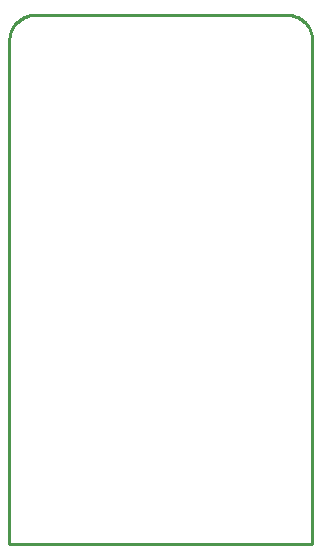
<source format=gm1>
G04 #@! TF.GenerationSoftware,KiCad,Pcbnew,8.0.4*
G04 #@! TF.CreationDate,2024-10-10T13:01:36-07:00*
G04 #@! TF.ProjectId,TelemetryComputer,54656c65-6d65-4747-9279-436f6d707574,rev?*
G04 #@! TF.SameCoordinates,Original*
G04 #@! TF.FileFunction,Profile,NP*
%FSLAX46Y46*%
G04 Gerber Fmt 4.6, Leading zero omitted, Abs format (unit mm)*
G04 Created by KiCad (PCBNEW 8.0.4) date 2024-10-10 13:01:36*
%MOMM*%
%LPD*%
G01*
G04 APERTURE LIST*
G04 #@! TA.AperFunction,Profile*
%ADD10C,0.281412*%
G04 #@! TD*
G04 APERTURE END LIST*
D10*
X157490535Y-71867005D02*
X157600713Y-71875330D01*
X157709256Y-71889040D01*
X157816029Y-71908003D01*
X157920899Y-71932084D01*
X158023731Y-71961149D01*
X158124392Y-71995065D01*
X158222747Y-72033698D01*
X158318662Y-72076914D01*
X158412004Y-72124579D01*
X158502638Y-72176559D01*
X158590430Y-72232720D01*
X158675247Y-72292929D01*
X158756953Y-72357051D01*
X158835416Y-72424953D01*
X158910501Y-72496501D01*
X158982073Y-72571561D01*
X159050000Y-72650000D01*
X159114146Y-72731682D01*
X159174378Y-72816476D01*
X159230562Y-72904245D01*
X159282564Y-72994858D01*
X159330249Y-73088180D01*
X159373484Y-73184076D01*
X159412134Y-73282414D01*
X159446066Y-73383059D01*
X159475146Y-73485878D01*
X159499238Y-73590736D01*
X159518211Y-73697501D01*
X159531928Y-73806037D01*
X159540257Y-73916211D01*
X159543063Y-74027890D01*
X159543063Y-94588909D01*
X159551860Y-94588909D01*
X159551860Y-116656815D01*
X133901748Y-116656815D01*
X133901748Y-114587691D01*
X133901451Y-114582156D01*
X133901025Y-114576659D01*
X133899866Y-114565754D01*
X133896897Y-114544138D01*
X133895415Y-114533333D01*
X133894153Y-114522466D01*
X133893656Y-114516995D01*
X133893276Y-114511491D01*
X133893033Y-114505948D01*
X133892947Y-114500361D01*
X133892947Y-74027890D01*
X133895752Y-73916212D01*
X133904076Y-73806038D01*
X133917787Y-73697502D01*
X133936750Y-73590739D01*
X133960831Y-73485881D01*
X133989896Y-73383062D01*
X134023813Y-73282417D01*
X134062446Y-73184079D01*
X134105662Y-73088183D01*
X134153327Y-72994861D01*
X134205307Y-72904249D01*
X134261468Y-72816479D01*
X134321678Y-72731686D01*
X134385800Y-72650003D01*
X134453703Y-72571564D01*
X134525251Y-72496504D01*
X134600311Y-72424956D01*
X134678750Y-72357053D01*
X134760433Y-72292931D01*
X134845226Y-72232722D01*
X134932996Y-72176560D01*
X135023609Y-72124580D01*
X135116931Y-72076915D01*
X135212827Y-72033699D01*
X135311165Y-71995066D01*
X135411811Y-71961150D01*
X135514629Y-71932084D01*
X135619488Y-71908003D01*
X135726252Y-71889041D01*
X135834788Y-71875330D01*
X135944962Y-71867005D01*
X136056640Y-71864201D01*
X157378856Y-71864201D01*
X157490535Y-71867005D01*
M02*

</source>
